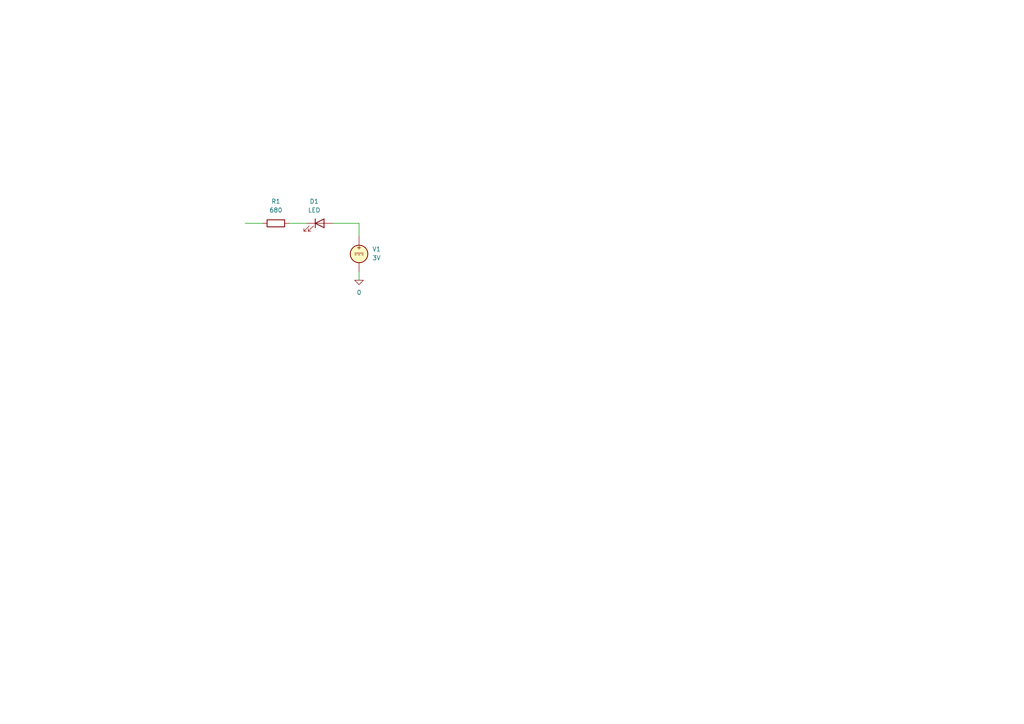
<source format=kicad_sch>
(kicad_sch (version 20250114) (generator "eeschema") (generator_version "9.0")
  (paper "A4")
  (lib_symbols
    (symbol "Device:LED" (pin_numbers (hide yes)) (pin_names (offset 1.016) (hide yes))
      (property "Reference" "D" (at 0 2.54 0))
      (property "Value" "LED" (at 0 -2.54 0))
      (symbol "LED_0_1"
        (polyline (pts (xy -3.048 -0.762) (xy -4.572 -2.286) (xy -3.81 -2.286) (xy -4.572 -2.286) (xy -4.572 -1.524)))
        (polyline (pts (xy -1.778 -0.762) (xy -3.302 -2.286) (xy -2.54 -2.286) (xy -3.302 -2.286) (xy -3.302 -1.524)))
        (polyline (pts (xy -1.27 0) (xy 1.27 0)))
        (polyline (pts (xy -1.27 -1.27) (xy -1.27 1.27)) (stroke (width 0.254)))
        (polyline (pts (xy 1.27 -1.27) (xy 1.27 1.27) (xy -1.27 0) (xy 1.27 -1.27)) (stroke (width 0.254)))
      )
      (symbol "LED_1_1"
        (pin passive line (at -3.81 0 0) (length 2.54) (name "K") (number "1"))
        (pin passive line (at 3.81 0 180) (length 2.54) (name "A") (number "2"))
      )
    )
    (symbol "Device:R" (pin_numbers (hide yes)) (pin_names (offset 0))
      (property "Reference" "R" (at 2.032 0 90))
      (property "Value" "R" (at 0 0 90))
      (symbol "R_0_1"
        (rectangle (start -1.016 -2.54) (end 1.016 2.54) (stroke (width 0.254)))
      )
      (symbol "R_1_1"
        (pin passive line (at 0 3.81 270) (length 1.27) (name "~") (number "1"))
        (pin passive line (at 0 -3.81 90) (length 1.27) (name "~") (number "2"))
      )
    )
    (symbol "Simulation_SPICE:0" (power) (pin_numbers (hide yes)) (pin_names (offset 0) (hide yes))
      (property "Value" "0" (at 0 -2.54 0))
      (symbol "0_0_1"
        (polyline (pts (xy -1.27 0) (xy 0 -1.27) (xy 1.27 0) (xy -1.27 0)))
      )
      (symbol "0_1_1"
        (pin power_in line (at 0 0 0) (length 0) (name "~") (number "1"))
      )
    )
    (symbol "Simulation_SPICE:VDC" (pin_numbers (hide yes)) (pin_names (offset 0.0254))
      (property "Reference" "V" (at 2.54 2.54 0))
      (property "Value" "1" (at 2.54 0 0))
      (symbol "VDC_0_0"
        (polyline (pts (xy -1.27 0.254) (xy 1.27 0.254)))
        (polyline (pts (xy -0.762 -0.254) (xy -1.27 -0.254)))
        (polyline (pts (xy 0.254 -0.254) (xy -0.254 -0.254)))
        (polyline (pts (xy 1.27 -0.254) (xy 0.762 -0.254)))
        (text "+" (at 0 1.905 0) (effects (font (size 1.27 1.27))))
      )
      (symbol "VDC_0_1"
        (circle (center 0 0) (radius 2.54) (stroke (width 0.254)) (fill (type background)))
      )
      (symbol "VDC_1_1"
        (pin passive line (at 0 5.08 270) (length 2.54) (name "~") (number "1"))
        (pin passive line (at 0 -5.08 90) (length 2.54) (name "~") (number "2"))
      )
    )
  )
  (wire (pts (xy 83.82 64.77) (xy 88.9 64.77)))
  (wire (pts (xy 96.52 64.77) (xy 104.14 64.77)))
  (wire (pts (xy 104.14 68.58) (xy 104.14 64.77)))
  (wire (pts (xy 71.12 64.77) (xy 76.2 64.77)))
  (wire (pts (xy 104.14 78.74) (xy 104.14 81.28)))
  (symbol (lib_id "Simulation_SPICE:0") (at 104.14 81.28 0) (unit 1)
    (property "Reference" "#GND01" (effects (hide yes)))
    (property "Value" "0" (at 104.14 84.836 0))
    (property "Datasheet" "https://ngspice.sourceforge.io/docs/ngspice-html-manual/manual.xhtml#subsec_Circuit_elements__device" (effects (hide yes)))
    (property "Description" "0V reference potential for simulation" (effects (hide yes)))
  )
  (symbol (lib_id "Simulation_SPICE:VDC") (at 104.14 73.66 0) (unit 1)
    (property "Reference" "V1" (at 107.95 72.2601 0) (effects (justify left)))
    (property "Value" "3V" (at 107.95 74.8001 0) (effects (justify left)))
    (property "Datasheet" "https://ngspice.sourceforge.io/docs/ngspice-html-manual/manual.xhtml#sec_Independent_Sources_for" (effects (hide yes)))
    (property "Description" "Voltage source, DC" (effects (hide yes)))
    (property "Sim.Pins" "1=+ 2=-" (effects (hide yes)))
    (property "Sim.Type" "DC" (effects (hide yes)))
    (property "Sim.Device" "V" (effects (hide yes)))
  )
  (symbol (lib_id "Device:LED") (at 92.71 64.77 0) (unit 1)
    (property "Reference" "D1" (at 91.1225 58.42 0))
    (property "Value" "LED" (at 91.1225 60.96 0))
    (property "Description" "Light emitting diode" (effects (hide yes)))
    (property "Sim.Pins" "1=K 2=A" (effects (hide yes)))
  )
  (symbol (lib_id "Device:R") (at 80.01 64.77 90) (unit 1)
    (property "Reference" "R1" (at 80.01 58.42 90))
    (property "Value" "680" (at 80.01 60.96 90))
    (property "Description" "Resistor" (effects (hide yes)))
  )
)
</source>
